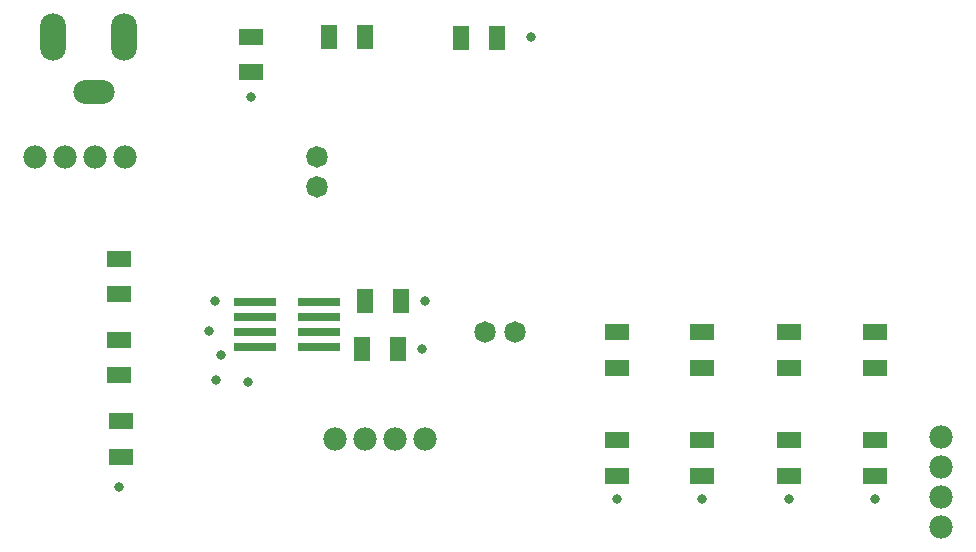
<source format=gts>
G04*
G04 #@! TF.GenerationSoftware,Altium Limited,Altium Designer,23.8.1 (32)*
G04*
G04 Layer_Color=8388736*
%FSLAX44Y44*%
%MOMM*%
G71*
G04*
G04 #@! TF.SameCoordinates,EF1116E4-02E2-45A5-A5C3-51D3E917E2D0*
G04*
G04*
G04 #@! TF.FilePolarity,Negative*
G04*
G01*
G75*
%ADD22C,0.0000*%
%ADD23R,3.6032X0.8032*%
%ADD24R,2.0066X1.3208*%
%ADD25R,1.3208X2.0066*%
%ADD26C,1.8232*%
%ADD27C,1.9812*%
%ADD28O,2.2032X4.0032*%
%ADD29O,3.5032X2.0032*%
%ADD30C,0.8382*%
D22*
X313411Y330200D02*
G03*
X313411Y330200I-8611J0D01*
G01*
Y355600D02*
G03*
X313411Y355600I-8611J0D01*
G01*
X455651Y207010D02*
G03*
X455651Y207010I-8611J0D01*
G01*
X481051D02*
G03*
X481051Y207010I-8611J0D01*
G01*
D23*
X252400Y232410D02*
D03*
Y219710D02*
D03*
Y207010D02*
D03*
Y194310D02*
D03*
X306400D02*
D03*
Y207010D02*
D03*
Y219710D02*
D03*
Y232410D02*
D03*
D24*
X137160Y239014D02*
D03*
Y268986D02*
D03*
X248920Y457200D02*
D03*
Y427228D02*
D03*
X139289Y131572D02*
D03*
Y101600D02*
D03*
X137160Y170307D02*
D03*
Y200279D02*
D03*
X777240Y115570D02*
D03*
Y85598D02*
D03*
X631190Y115570D02*
D03*
Y85598D02*
D03*
X558800Y115570D02*
D03*
Y85598D02*
D03*
X777240Y176784D02*
D03*
Y206756D02*
D03*
X704850Y176784D02*
D03*
Y206756D02*
D03*
X558800Y176784D02*
D03*
Y206756D02*
D03*
X631190Y176784D02*
D03*
Y206756D02*
D03*
X704850Y115570D02*
D03*
Y85598D02*
D03*
D25*
X343154Y193040D02*
D03*
X373126D02*
D03*
X345694Y233680D02*
D03*
X375666D02*
D03*
X345186Y457200D02*
D03*
X315214D02*
D03*
X426974Y455930D02*
D03*
X456946D02*
D03*
D26*
X304800Y330200D02*
D03*
Y355600D02*
D03*
X447040Y207010D02*
D03*
X472440D02*
D03*
D27*
X370840Y116840D02*
D03*
X396240D02*
D03*
X320040D02*
D03*
X345440D02*
D03*
X116840Y355600D02*
D03*
X142240D02*
D03*
X66040D02*
D03*
X91440D02*
D03*
X833120Y67310D02*
D03*
Y41910D02*
D03*
Y118110D02*
D03*
Y92710D02*
D03*
D28*
X141280Y457200D02*
D03*
X81280D02*
D03*
D29*
X116280Y410700D02*
D03*
D30*
X219710Y166370D02*
D03*
X223520Y187960D02*
D03*
X213360Y208280D02*
D03*
X246380Y165100D02*
D03*
X704850Y66040D02*
D03*
X777240D02*
D03*
X486410Y457200D02*
D03*
X393700Y193040D02*
D03*
X248920Y406400D02*
D03*
X218440Y233680D02*
D03*
X137160Y76200D02*
D03*
X631190Y66040D02*
D03*
X558800D02*
D03*
X396240Y233680D02*
D03*
M02*

</source>
